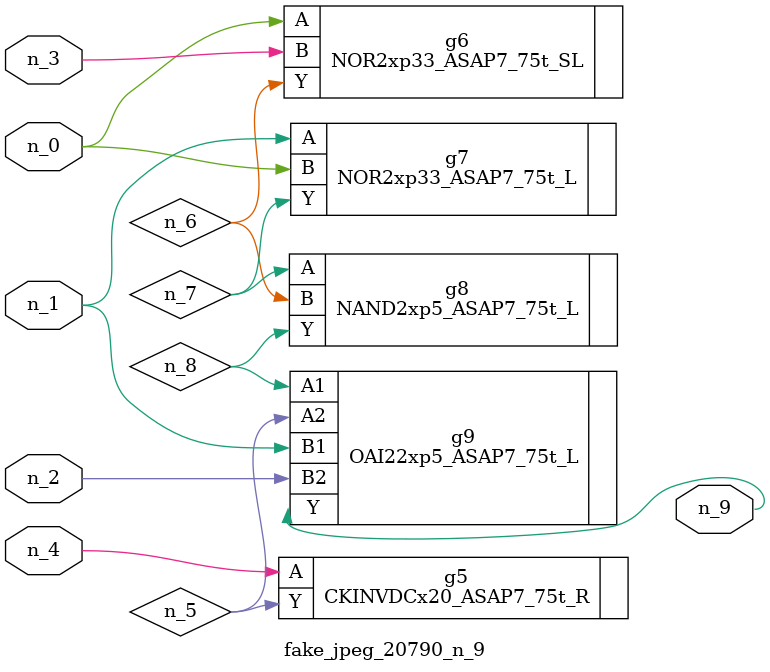
<source format=v>
module fake_jpeg_20790_n_9 (n_3, n_2, n_1, n_0, n_4, n_9);

input n_3;
input n_2;
input n_1;
input n_0;
input n_4;

output n_9;

wire n_8;
wire n_6;
wire n_5;
wire n_7;

CKINVDCx20_ASAP7_75t_R g5 ( 
.A(n_4),
.Y(n_5)
);

NOR2xp33_ASAP7_75t_SL g6 ( 
.A(n_0),
.B(n_3),
.Y(n_6)
);

NOR2xp33_ASAP7_75t_L g7 ( 
.A(n_1),
.B(n_0),
.Y(n_7)
);

NAND2xp5_ASAP7_75t_L g8 ( 
.A(n_7),
.B(n_6),
.Y(n_8)
);

OAI22xp5_ASAP7_75t_L g9 ( 
.A1(n_8),
.A2(n_5),
.B1(n_1),
.B2(n_2),
.Y(n_9)
);


endmodule
</source>
